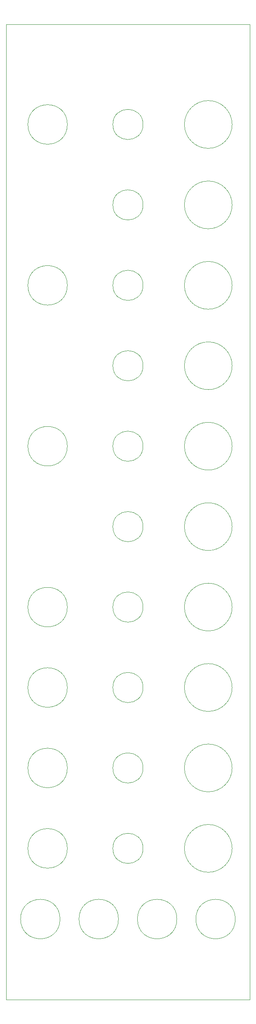
<source format=gm1>
G04 #@! TF.GenerationSoftware,KiCad,Pcbnew,8.0.3*
G04 #@! TF.CreationDate,2024-06-29T21:42:12+02:00*
G04 #@! TF.ProjectId,DMH_Adapter_Mult_PANEL,444d485f-4164-4617-9074-65725f4d756c,1*
G04 #@! TF.SameCoordinates,Original*
G04 #@! TF.FileFunction,Profile,NP*
%FSLAX46Y46*%
G04 Gerber Fmt 4.6, Leading zero omitted, Abs format (unit mm)*
G04 Created by KiCad (PCBNEW 8.0.3) date 2024-06-29 21:42:12*
%MOMM*%
%LPD*%
G01*
G04 APERTURE LIST*
G04 #@! TA.AperFunction,Profile*
%ADD10C,0.050000*%
G04 #@! TD*
G04 APERTURE END LIST*
D10*
X78000000Y-48500000D02*
X128000000Y-48500000D01*
X128000000Y-248500000D01*
X78000000Y-248500000D01*
X78000000Y-48500000D01*
X124400000Y-201000000D02*
G75*
G02*
X114600000Y-201000000I-4900000J0D01*
G01*
X114600000Y-201000000D02*
G75*
G02*
X124400000Y-201000000I4900000J0D01*
G01*
X90550000Y-184500000D02*
G75*
G02*
X82450000Y-184500000I-4050000J0D01*
G01*
X82450000Y-184500000D02*
G75*
G02*
X90550000Y-184500000I4050000J0D01*
G01*
X106100000Y-69000000D02*
G75*
G02*
X99900000Y-69000000I-3100000J0D01*
G01*
X99900000Y-69000000D02*
G75*
G02*
X106100000Y-69000000I3100000J0D01*
G01*
X89050000Y-232000000D02*
G75*
G02*
X80950000Y-232000000I-4050000J0D01*
G01*
X80950000Y-232000000D02*
G75*
G02*
X89050000Y-232000000I4050000J0D01*
G01*
X101050000Y-232000000D02*
G75*
G02*
X92950000Y-232000000I-4050000J0D01*
G01*
X92950000Y-232000000D02*
G75*
G02*
X101050000Y-232000000I4050000J0D01*
G01*
X106100000Y-118500000D02*
G75*
G02*
X99900000Y-118500000I-3100000J0D01*
G01*
X99900000Y-118500000D02*
G75*
G02*
X106100000Y-118500000I3100000J0D01*
G01*
X106100000Y-151500000D02*
G75*
G02*
X99900000Y-151500000I-3100000J0D01*
G01*
X99900000Y-151500000D02*
G75*
G02*
X106100000Y-151500000I3100000J0D01*
G01*
X106100000Y-184500000D02*
G75*
G02*
X99900000Y-184500000I-3100000J0D01*
G01*
X99900000Y-184500000D02*
G75*
G02*
X106100000Y-184500000I3100000J0D01*
G01*
X90550000Y-135000000D02*
G75*
G02*
X82450000Y-135000000I-4050000J0D01*
G01*
X82450000Y-135000000D02*
G75*
G02*
X90550000Y-135000000I4050000J0D01*
G01*
X124400000Y-135000000D02*
G75*
G02*
X114600000Y-135000000I-4900000J0D01*
G01*
X114600000Y-135000000D02*
G75*
G02*
X124400000Y-135000000I4900000J0D01*
G01*
X125050000Y-232000000D02*
G75*
G02*
X116950000Y-232000000I-4050000J0D01*
G01*
X116950000Y-232000000D02*
G75*
G02*
X125050000Y-232000000I4050000J0D01*
G01*
X124400000Y-69000000D02*
G75*
G02*
X114600000Y-69000000I-4900000J0D01*
G01*
X114600000Y-69000000D02*
G75*
G02*
X124400000Y-69000000I4900000J0D01*
G01*
X124400000Y-85500000D02*
G75*
G02*
X114600000Y-85500000I-4900000J0D01*
G01*
X114600000Y-85500000D02*
G75*
G02*
X124400000Y-85500000I4900000J0D01*
G01*
X124400000Y-102000000D02*
G75*
G02*
X114600000Y-102000000I-4900000J0D01*
G01*
X114600000Y-102000000D02*
G75*
G02*
X124400000Y-102000000I4900000J0D01*
G01*
X124400000Y-184500000D02*
G75*
G02*
X114600000Y-184500000I-4900000J0D01*
G01*
X114600000Y-184500000D02*
G75*
G02*
X124400000Y-184500000I4900000J0D01*
G01*
X106100000Y-135000000D02*
G75*
G02*
X99900000Y-135000000I-3100000J0D01*
G01*
X99900000Y-135000000D02*
G75*
G02*
X106100000Y-135000000I3100000J0D01*
G01*
X113050000Y-232000000D02*
G75*
G02*
X104950000Y-232000000I-4050000J0D01*
G01*
X104950000Y-232000000D02*
G75*
G02*
X113050000Y-232000000I4050000J0D01*
G01*
X124400000Y-168000000D02*
G75*
G02*
X114600000Y-168000000I-4900000J0D01*
G01*
X114600000Y-168000000D02*
G75*
G02*
X124400000Y-168000000I4900000J0D01*
G01*
X90550000Y-102000000D02*
G75*
G02*
X82450000Y-102000000I-4050000J0D01*
G01*
X82450000Y-102000000D02*
G75*
G02*
X90550000Y-102000000I4050000J0D01*
G01*
X90550000Y-201000000D02*
G75*
G02*
X82450000Y-201000000I-4050000J0D01*
G01*
X82450000Y-201000000D02*
G75*
G02*
X90550000Y-201000000I4050000J0D01*
G01*
X124400000Y-217500000D02*
G75*
G02*
X114600000Y-217500000I-4900000J0D01*
G01*
X114600000Y-217500000D02*
G75*
G02*
X124400000Y-217500000I4900000J0D01*
G01*
X90550000Y-69000000D02*
G75*
G02*
X82450000Y-69000000I-4050000J0D01*
G01*
X82450000Y-69000000D02*
G75*
G02*
X90550000Y-69000000I4050000J0D01*
G01*
X106100000Y-217500000D02*
G75*
G02*
X99900000Y-217500000I-3100000J0D01*
G01*
X99900000Y-217500000D02*
G75*
G02*
X106100000Y-217500000I3100000J0D01*
G01*
X106100000Y-201000000D02*
G75*
G02*
X99900000Y-201000000I-3100000J0D01*
G01*
X99900000Y-201000000D02*
G75*
G02*
X106100000Y-201000000I3100000J0D01*
G01*
X124400000Y-118500000D02*
G75*
G02*
X114600000Y-118500000I-4900000J0D01*
G01*
X114600000Y-118500000D02*
G75*
G02*
X124400000Y-118500000I4900000J0D01*
G01*
X124400000Y-151500000D02*
G75*
G02*
X114600000Y-151500000I-4900000J0D01*
G01*
X114600000Y-151500000D02*
G75*
G02*
X124400000Y-151500000I4900000J0D01*
G01*
X106100000Y-168000000D02*
G75*
G02*
X99900000Y-168000000I-3100000J0D01*
G01*
X99900000Y-168000000D02*
G75*
G02*
X106100000Y-168000000I3100000J0D01*
G01*
X90550000Y-168000000D02*
G75*
G02*
X82450000Y-168000000I-4050000J0D01*
G01*
X82450000Y-168000000D02*
G75*
G02*
X90550000Y-168000000I4050000J0D01*
G01*
X90550000Y-217500000D02*
G75*
G02*
X82450000Y-217500000I-4050000J0D01*
G01*
X82450000Y-217500000D02*
G75*
G02*
X90550000Y-217500000I4050000J0D01*
G01*
X106100000Y-85500000D02*
G75*
G02*
X99900000Y-85500000I-3100000J0D01*
G01*
X99900000Y-85500000D02*
G75*
G02*
X106100000Y-85500000I3100000J0D01*
G01*
X106100000Y-102000000D02*
G75*
G02*
X99900000Y-102000000I-3100000J0D01*
G01*
X99900000Y-102000000D02*
G75*
G02*
X106100000Y-102000000I3100000J0D01*
G01*
M02*

</source>
